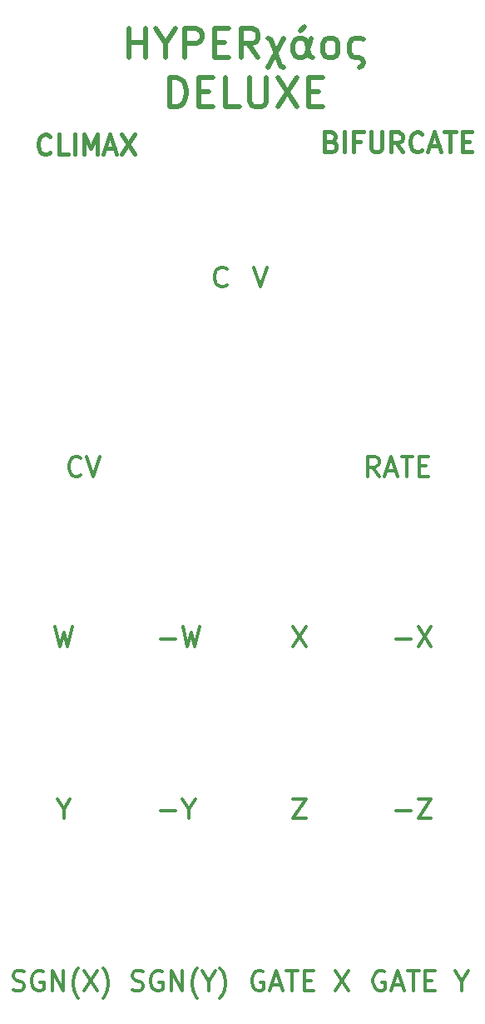
<source format=gbr>
G04 #@! TF.GenerationSoftware,KiCad,Pcbnew,(5.1.5-0)*
G04 #@! TF.CreationDate,2021-01-12T22:35:17-08:00*
G04 #@! TF.ProjectId,hyperchaosdeluxe,68797065-7263-4686-916f-7364656c7578,rev?*
G04 #@! TF.SameCoordinates,Original*
G04 #@! TF.FileFunction,Legend,Top*
G04 #@! TF.FilePolarity,Positive*
%FSLAX46Y46*%
G04 Gerber Fmt 4.6, Leading zero omitted, Abs format (unit mm)*
G04 Created by KiCad (PCBNEW (5.1.5-0)) date 2021-01-12 22:35:17*
%MOMM*%
%LPD*%
G04 APERTURE LIST*
%ADD10C,0.400000*%
%ADD11C,0.300000*%
%ADD12C,0.500000*%
G04 APERTURE END LIST*
D10*
X5630952Y-263964285D02*
X5535714Y-264059523D01*
X5250000Y-264154761D01*
X5059523Y-264154761D01*
X4773809Y-264059523D01*
X4583333Y-263869047D01*
X4488095Y-263678571D01*
X4392857Y-263297619D01*
X4392857Y-263011904D01*
X4488095Y-262630952D01*
X4583333Y-262440476D01*
X4773809Y-262250000D01*
X5059523Y-262154761D01*
X5250000Y-262154761D01*
X5535714Y-262250000D01*
X5630952Y-262345238D01*
X7440476Y-264154761D02*
X6488095Y-264154761D01*
X6488095Y-262154761D01*
X8107142Y-264154761D02*
X8107142Y-262154761D01*
X9059523Y-264154761D02*
X9059523Y-262154761D01*
X9726190Y-263583333D01*
X10392857Y-262154761D01*
X10392857Y-264154761D01*
X11250000Y-263583333D02*
X12202380Y-263583333D01*
X11059523Y-264154761D02*
X11726190Y-262154761D01*
X12392857Y-264154761D01*
X12869047Y-262154761D02*
X14202380Y-264154761D01*
X14202380Y-262154761D02*
X12869047Y-264154761D01*
X34238095Y-262857142D02*
X34523809Y-262952380D01*
X34619047Y-263047619D01*
X34714285Y-263238095D01*
X34714285Y-263523809D01*
X34619047Y-263714285D01*
X34523809Y-263809523D01*
X34333333Y-263904761D01*
X33571428Y-263904761D01*
X33571428Y-261904761D01*
X34238095Y-261904761D01*
X34428571Y-262000000D01*
X34523809Y-262095238D01*
X34619047Y-262285714D01*
X34619047Y-262476190D01*
X34523809Y-262666666D01*
X34428571Y-262761904D01*
X34238095Y-262857142D01*
X33571428Y-262857142D01*
X35571428Y-263904761D02*
X35571428Y-261904761D01*
X37190476Y-262857142D02*
X36523809Y-262857142D01*
X36523809Y-263904761D02*
X36523809Y-261904761D01*
X37476190Y-261904761D01*
X38238095Y-261904761D02*
X38238095Y-263523809D01*
X38333333Y-263714285D01*
X38428571Y-263809523D01*
X38619047Y-263904761D01*
X39000000Y-263904761D01*
X39190476Y-263809523D01*
X39285714Y-263714285D01*
X39380952Y-263523809D01*
X39380952Y-261904761D01*
X41476190Y-263904761D02*
X40809523Y-262952380D01*
X40333333Y-263904761D02*
X40333333Y-261904761D01*
X41095238Y-261904761D01*
X41285714Y-262000000D01*
X41380952Y-262095238D01*
X41476190Y-262285714D01*
X41476190Y-262571428D01*
X41380952Y-262761904D01*
X41285714Y-262857142D01*
X41095238Y-262952380D01*
X40333333Y-262952380D01*
X43476190Y-263714285D02*
X43380952Y-263809523D01*
X43095238Y-263904761D01*
X42904761Y-263904761D01*
X42619047Y-263809523D01*
X42428571Y-263619047D01*
X42333333Y-263428571D01*
X42238095Y-263047619D01*
X42238095Y-262761904D01*
X42333333Y-262380952D01*
X42428571Y-262190476D01*
X42619047Y-262000000D01*
X42904761Y-261904761D01*
X43095238Y-261904761D01*
X43380952Y-262000000D01*
X43476190Y-262095238D01*
X44238095Y-263333333D02*
X45190476Y-263333333D01*
X44047619Y-263904761D02*
X44714285Y-261904761D01*
X45380952Y-263904761D01*
X45761904Y-261904761D02*
X46904761Y-261904761D01*
X46333333Y-263904761D02*
X46333333Y-261904761D01*
X47571428Y-262857142D02*
X48238095Y-262857142D01*
X48523809Y-263904761D02*
X47571428Y-263904761D01*
X47571428Y-261904761D01*
X48523809Y-261904761D01*
D11*
X8761904Y-296714285D02*
X8666666Y-296809523D01*
X8380952Y-296904761D01*
X8190476Y-296904761D01*
X7904761Y-296809523D01*
X7714285Y-296619047D01*
X7619047Y-296428571D01*
X7523809Y-296047619D01*
X7523809Y-295761904D01*
X7619047Y-295380952D01*
X7714285Y-295190476D01*
X7904761Y-295000000D01*
X8190476Y-294904761D01*
X8380952Y-294904761D01*
X8666666Y-295000000D01*
X8761904Y-295095238D01*
X9333333Y-294904761D02*
X10000000Y-296904761D01*
X10666666Y-294904761D01*
X39630952Y-347250000D02*
X39440476Y-347154761D01*
X39154761Y-347154761D01*
X38869047Y-347250000D01*
X38678571Y-347440476D01*
X38583333Y-347630952D01*
X38488095Y-348011904D01*
X38488095Y-348297619D01*
X38583333Y-348678571D01*
X38678571Y-348869047D01*
X38869047Y-349059523D01*
X39154761Y-349154761D01*
X39345238Y-349154761D01*
X39630952Y-349059523D01*
X39726190Y-348964285D01*
X39726190Y-348297619D01*
X39345238Y-348297619D01*
X40488095Y-348583333D02*
X41440476Y-348583333D01*
X40297619Y-349154761D02*
X40964285Y-347154761D01*
X41630952Y-349154761D01*
X42011904Y-347154761D02*
X43154761Y-347154761D01*
X42583333Y-349154761D02*
X42583333Y-347154761D01*
X43821428Y-348107142D02*
X44488095Y-348107142D01*
X44773809Y-349154761D02*
X43821428Y-349154761D01*
X43821428Y-347154761D01*
X44773809Y-347154761D01*
X47535714Y-348202380D02*
X47535714Y-349154761D01*
X46869047Y-347154761D02*
X47535714Y-348202380D01*
X48202380Y-347154761D01*
X27285714Y-347250000D02*
X27095238Y-347154761D01*
X26809523Y-347154761D01*
X26523809Y-347250000D01*
X26333333Y-347440476D01*
X26238095Y-347630952D01*
X26142857Y-348011904D01*
X26142857Y-348297619D01*
X26238095Y-348678571D01*
X26333333Y-348869047D01*
X26523809Y-349059523D01*
X26809523Y-349154761D01*
X27000000Y-349154761D01*
X27285714Y-349059523D01*
X27380952Y-348964285D01*
X27380952Y-348297619D01*
X27000000Y-348297619D01*
X28142857Y-348583333D02*
X29095238Y-348583333D01*
X27952380Y-349154761D02*
X28619047Y-347154761D01*
X29285714Y-349154761D01*
X29666666Y-347154761D02*
X30809523Y-347154761D01*
X30238095Y-349154761D02*
X30238095Y-347154761D01*
X31476190Y-348107142D02*
X32142857Y-348107142D01*
X32428571Y-349154761D02*
X31476190Y-349154761D01*
X31476190Y-347154761D01*
X32428571Y-347154761D01*
X34619047Y-347154761D02*
X35952380Y-349154761D01*
X35952380Y-347154761D02*
X34619047Y-349154761D01*
X13940476Y-349059523D02*
X14226190Y-349154761D01*
X14702380Y-349154761D01*
X14892857Y-349059523D01*
X14988095Y-348964285D01*
X15083333Y-348773809D01*
X15083333Y-348583333D01*
X14988095Y-348392857D01*
X14892857Y-348297619D01*
X14702380Y-348202380D01*
X14321428Y-348107142D01*
X14130952Y-348011904D01*
X14035714Y-347916666D01*
X13940476Y-347726190D01*
X13940476Y-347535714D01*
X14035714Y-347345238D01*
X14130952Y-347250000D01*
X14321428Y-347154761D01*
X14797619Y-347154761D01*
X15083333Y-347250000D01*
X16988095Y-347250000D02*
X16797619Y-347154761D01*
X16511904Y-347154761D01*
X16226190Y-347250000D01*
X16035714Y-347440476D01*
X15940476Y-347630952D01*
X15845238Y-348011904D01*
X15845238Y-348297619D01*
X15940476Y-348678571D01*
X16035714Y-348869047D01*
X16226190Y-349059523D01*
X16511904Y-349154761D01*
X16702380Y-349154761D01*
X16988095Y-349059523D01*
X17083333Y-348964285D01*
X17083333Y-348297619D01*
X16702380Y-348297619D01*
X17940476Y-349154761D02*
X17940476Y-347154761D01*
X19083333Y-349154761D01*
X19083333Y-347154761D01*
X20607142Y-349916666D02*
X20511904Y-349821428D01*
X20321428Y-349535714D01*
X20226190Y-349345238D01*
X20130952Y-349059523D01*
X20035714Y-348583333D01*
X20035714Y-348202380D01*
X20130952Y-347726190D01*
X20226190Y-347440476D01*
X20321428Y-347250000D01*
X20511904Y-346964285D01*
X20607142Y-346869047D01*
X21750000Y-348202380D02*
X21750000Y-349154761D01*
X21083333Y-347154761D02*
X21750000Y-348202380D01*
X22416666Y-347154761D01*
X22892857Y-349916666D02*
X22988095Y-349821428D01*
X23178571Y-349535714D01*
X23273809Y-349345238D01*
X23369047Y-349059523D01*
X23464285Y-348583333D01*
X23464285Y-348202380D01*
X23369047Y-347726190D01*
X23273809Y-347440476D01*
X23178571Y-347250000D01*
X22988095Y-346964285D01*
X22892857Y-346869047D01*
X1845238Y-349059523D02*
X2130952Y-349154761D01*
X2607142Y-349154761D01*
X2797619Y-349059523D01*
X2892857Y-348964285D01*
X2988095Y-348773809D01*
X2988095Y-348583333D01*
X2892857Y-348392857D01*
X2797619Y-348297619D01*
X2607142Y-348202380D01*
X2226190Y-348107142D01*
X2035714Y-348011904D01*
X1940476Y-347916666D01*
X1845238Y-347726190D01*
X1845238Y-347535714D01*
X1940476Y-347345238D01*
X2035714Y-347250000D01*
X2226190Y-347154761D01*
X2702380Y-347154761D01*
X2988095Y-347250000D01*
X4892857Y-347250000D02*
X4702380Y-347154761D01*
X4416666Y-347154761D01*
X4130952Y-347250000D01*
X3940476Y-347440476D01*
X3845238Y-347630952D01*
X3750000Y-348011904D01*
X3750000Y-348297619D01*
X3845238Y-348678571D01*
X3940476Y-348869047D01*
X4130952Y-349059523D01*
X4416666Y-349154761D01*
X4607142Y-349154761D01*
X4892857Y-349059523D01*
X4988095Y-348964285D01*
X4988095Y-348297619D01*
X4607142Y-348297619D01*
X5845238Y-349154761D02*
X5845238Y-347154761D01*
X6988095Y-349154761D01*
X6988095Y-347154761D01*
X8511904Y-349916666D02*
X8416666Y-349821428D01*
X8226190Y-349535714D01*
X8130952Y-349345238D01*
X8035714Y-349059523D01*
X7940476Y-348583333D01*
X7940476Y-348202380D01*
X8035714Y-347726190D01*
X8130952Y-347440476D01*
X8226190Y-347250000D01*
X8416666Y-346964285D01*
X8511904Y-346869047D01*
X9083333Y-347154761D02*
X10416666Y-349154761D01*
X10416666Y-347154761D02*
X9083333Y-349154761D01*
X10988095Y-349916666D02*
X11083333Y-349821428D01*
X11273809Y-349535714D01*
X11369047Y-349345238D01*
X11464285Y-349059523D01*
X11559523Y-348583333D01*
X11559523Y-348202380D01*
X11464285Y-347726190D01*
X11369047Y-347440476D01*
X11273809Y-347250000D01*
X11083333Y-346964285D01*
X10988095Y-346869047D01*
X40785714Y-330892857D02*
X42309523Y-330892857D01*
X43071428Y-329654761D02*
X44404761Y-329654761D01*
X43071428Y-331654761D01*
X44404761Y-331654761D01*
X30333333Y-329654761D02*
X31666666Y-329654761D01*
X30333333Y-331654761D01*
X31666666Y-331654761D01*
X16880952Y-330892857D02*
X18404761Y-330892857D01*
X19738095Y-330702380D02*
X19738095Y-331654761D01*
X19071428Y-329654761D02*
X19738095Y-330702380D01*
X20404761Y-329654761D01*
X7000000Y-330702380D02*
X7000000Y-331654761D01*
X6333333Y-329654761D02*
X7000000Y-330702380D01*
X7666666Y-329654761D01*
X40785714Y-313392857D02*
X42309523Y-313392857D01*
X43071428Y-312154761D02*
X44404761Y-314154761D01*
X44404761Y-312154761D02*
X43071428Y-314154761D01*
X30333333Y-312154761D02*
X31666666Y-314154761D01*
X31666666Y-312154761D02*
X30333333Y-314154761D01*
X16845238Y-313392857D02*
X18369047Y-313392857D01*
X19130952Y-312154761D02*
X19607142Y-314154761D01*
X19988095Y-312726190D01*
X20369047Y-314154761D01*
X20845238Y-312154761D01*
X6142857Y-312154761D02*
X6619047Y-314154761D01*
X7000000Y-312726190D01*
X7380952Y-314154761D01*
X7857142Y-312154761D01*
X39095238Y-296904761D02*
X38428571Y-295952380D01*
X37952380Y-296904761D02*
X37952380Y-294904761D01*
X38714285Y-294904761D01*
X38904761Y-295000000D01*
X39000000Y-295095238D01*
X39095238Y-295285714D01*
X39095238Y-295571428D01*
X39000000Y-295761904D01*
X38904761Y-295857142D01*
X38714285Y-295952380D01*
X37952380Y-295952380D01*
X39857142Y-296333333D02*
X40809523Y-296333333D01*
X39666666Y-296904761D02*
X40333333Y-294904761D01*
X41000000Y-296904761D01*
X41380952Y-294904761D02*
X42523809Y-294904761D01*
X41952380Y-296904761D02*
X41952380Y-294904761D01*
X43190476Y-295857142D02*
X43857142Y-295857142D01*
X44142857Y-296904761D02*
X43190476Y-296904761D01*
X43190476Y-294904761D01*
X44142857Y-294904761D01*
X26333333Y-275654761D02*
X27000000Y-277654761D01*
X27666666Y-275654761D01*
X23619047Y-277464285D02*
X23523809Y-277559523D01*
X23238095Y-277654761D01*
X23047619Y-277654761D01*
X22761904Y-277559523D01*
X22571428Y-277369047D01*
X22476190Y-277178571D01*
X22380952Y-276797619D01*
X22380952Y-276511904D01*
X22476190Y-276130952D01*
X22571428Y-275940476D01*
X22761904Y-275750000D01*
X23047619Y-275654761D01*
X23238095Y-275654761D01*
X23523809Y-275750000D01*
X23619047Y-275845238D01*
D12*
X13642857Y-254357142D02*
X13642857Y-251357142D01*
X13642857Y-252785714D02*
X15357142Y-252785714D01*
X15357142Y-254357142D02*
X15357142Y-251357142D01*
X17357142Y-252928571D02*
X17357142Y-254357142D01*
X16357142Y-251357142D02*
X17357142Y-252928571D01*
X18357142Y-251357142D01*
X19357142Y-254357142D02*
X19357142Y-251357142D01*
X20500000Y-251357142D01*
X20785714Y-251500000D01*
X20928571Y-251642857D01*
X21071428Y-251928571D01*
X21071428Y-252357142D01*
X20928571Y-252642857D01*
X20785714Y-252785714D01*
X20500000Y-252928571D01*
X19357142Y-252928571D01*
X22357142Y-252785714D02*
X23357142Y-252785714D01*
X23785714Y-254357142D02*
X22357142Y-254357142D01*
X22357142Y-251357142D01*
X23785714Y-251357142D01*
X26785714Y-254357142D02*
X25785714Y-252928571D01*
X25071428Y-254357142D02*
X25071428Y-251357142D01*
X26214285Y-251357142D01*
X26500000Y-251500000D01*
X26642857Y-251642857D01*
X26785714Y-251928571D01*
X26785714Y-252357142D01*
X26642857Y-252642857D01*
X26500000Y-252785714D01*
X26214285Y-252928571D01*
X25071428Y-252928571D01*
X29357142Y-252357142D02*
X27785714Y-255357142D01*
X27785714Y-252357142D02*
X28071428Y-252500000D01*
X28214285Y-252785714D01*
X28928571Y-254928571D01*
X29071428Y-255214285D01*
X29357142Y-255357142D01*
X32214285Y-252357142D02*
X31785714Y-253785714D01*
X31642857Y-254071428D01*
X31499999Y-254214285D01*
X31214285Y-254357142D01*
X30928571Y-254357142D01*
X30642857Y-254214285D01*
X30499999Y-254071428D01*
X30357142Y-253642857D01*
X30357142Y-253071428D01*
X30499999Y-252642857D01*
X30642857Y-252500000D01*
X30928571Y-252357142D01*
X31214285Y-252357142D01*
X31499999Y-252500000D01*
X31642857Y-252642857D01*
X31785714Y-252928571D01*
X31928571Y-253928571D01*
X32071428Y-254214285D01*
X32357142Y-254357142D01*
X31499999Y-251214285D02*
X31071428Y-251642857D01*
X33928571Y-254357142D02*
X33642857Y-254214285D01*
X33499999Y-254071428D01*
X33357142Y-253785714D01*
X33357142Y-252928571D01*
X33499999Y-252642857D01*
X33642857Y-252500000D01*
X33928571Y-252357142D01*
X34357142Y-252357142D01*
X34642857Y-252500000D01*
X34785714Y-252642857D01*
X34928571Y-252928571D01*
X34928571Y-253785714D01*
X34785714Y-254071428D01*
X34642857Y-254214285D01*
X34357142Y-254357142D01*
X33928571Y-254357142D01*
X37499999Y-252500000D02*
X37214285Y-252357142D01*
X36642857Y-252357142D01*
X36357142Y-252500000D01*
X36214285Y-252642857D01*
X36071428Y-252928571D01*
X36071428Y-253785714D01*
X36214285Y-254071428D01*
X36357142Y-254214285D01*
X36642857Y-254357142D01*
X37071428Y-254357142D01*
X37357142Y-254500000D01*
X37499999Y-254785714D01*
X37499999Y-254928571D01*
X37357142Y-255214285D01*
X37071428Y-255357142D01*
X17785714Y-259357142D02*
X17785714Y-256357142D01*
X18500000Y-256357142D01*
X18928571Y-256500000D01*
X19214285Y-256785714D01*
X19357142Y-257071428D01*
X19500000Y-257642857D01*
X19500000Y-258071428D01*
X19357142Y-258642857D01*
X19214285Y-258928571D01*
X18928571Y-259214285D01*
X18500000Y-259357142D01*
X17785714Y-259357142D01*
X20785714Y-257785714D02*
X21785714Y-257785714D01*
X22214285Y-259357142D02*
X20785714Y-259357142D01*
X20785714Y-256357142D01*
X22214285Y-256357142D01*
X24928571Y-259357142D02*
X23500000Y-259357142D01*
X23500000Y-256357142D01*
X25928571Y-256357142D02*
X25928571Y-258785714D01*
X26071428Y-259071428D01*
X26214285Y-259214285D01*
X26500000Y-259357142D01*
X27071428Y-259357142D01*
X27357142Y-259214285D01*
X27500000Y-259071428D01*
X27642857Y-258785714D01*
X27642857Y-256357142D01*
X28785714Y-256357142D02*
X30785714Y-259357142D01*
X30785714Y-256357142D02*
X28785714Y-259357142D01*
X31928571Y-257785714D02*
X32928571Y-257785714D01*
X33357142Y-259357142D02*
X31928571Y-259357142D01*
X31928571Y-256357142D01*
X33357142Y-256357142D01*
M02*

</source>
